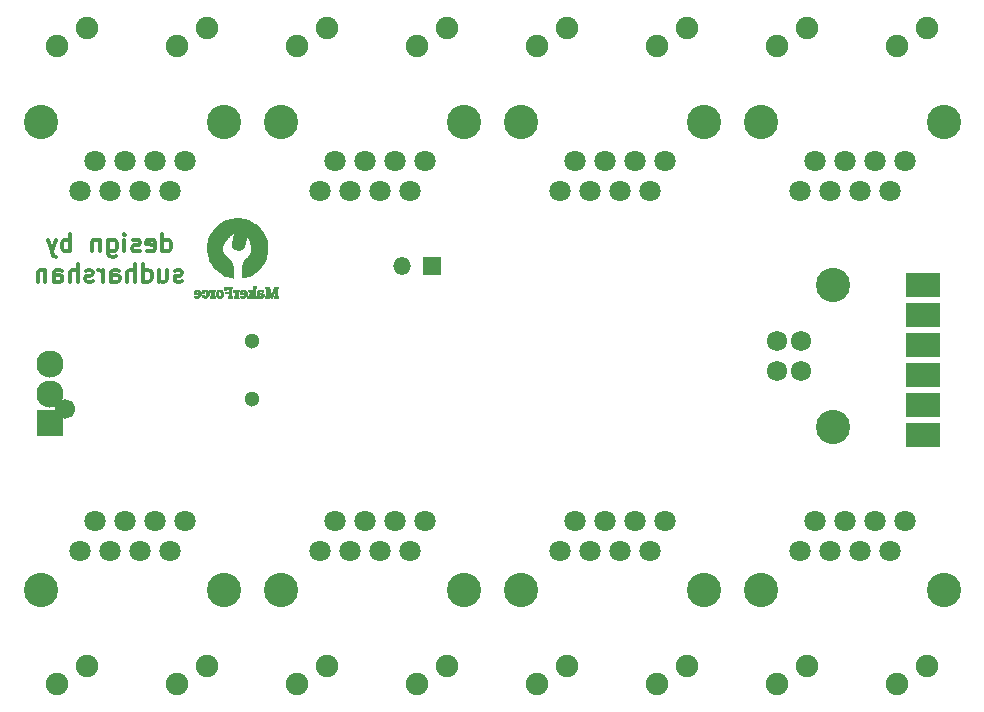
<source format=gbr>
G04 #@! TF.FileFunction,Soldermask,Bot*
%FSLAX46Y46*%
G04 Gerber Fmt 4.6, Leading zero omitted, Abs format (unit mm)*
G04 Created by KiCad (PCBNEW 4.0.5) date 2017 May 23, Tuesday 21:13:21*
%MOMM*%
%LPD*%
G01*
G04 APERTURE LIST*
%ADD10C,0.100000*%
%ADD11C,0.300000*%
%ADD12C,0.010000*%
%ADD13C,1.720000*%
%ADD14C,2.900000*%
%ADD15C,1.300000*%
%ADD16R,1.500000X1.500000*%
%ADD17O,1.500000X1.500000*%
%ADD18R,2.900000X2.100000*%
%ADD19C,1.800000*%
%ADD20C,1.900000*%
%ADD21R,2.300000X2.300000*%
%ADD22C,2.300000*%
%ADD23C,1.700000*%
G04 APERTURE END LIST*
D10*
D11*
X81299286Y-52108571D02*
X81299286Y-50608571D01*
X81299286Y-52037143D02*
X81442143Y-52108571D01*
X81727857Y-52108571D01*
X81870715Y-52037143D01*
X81942143Y-51965714D01*
X82013572Y-51822857D01*
X82013572Y-51394286D01*
X81942143Y-51251429D01*
X81870715Y-51180000D01*
X81727857Y-51108571D01*
X81442143Y-51108571D01*
X81299286Y-51180000D01*
X80013572Y-52037143D02*
X80156429Y-52108571D01*
X80442143Y-52108571D01*
X80585000Y-52037143D01*
X80656429Y-51894286D01*
X80656429Y-51322857D01*
X80585000Y-51180000D01*
X80442143Y-51108571D01*
X80156429Y-51108571D01*
X80013572Y-51180000D01*
X79942143Y-51322857D01*
X79942143Y-51465714D01*
X80656429Y-51608571D01*
X79370715Y-52037143D02*
X79227858Y-52108571D01*
X78942143Y-52108571D01*
X78799286Y-52037143D01*
X78727858Y-51894286D01*
X78727858Y-51822857D01*
X78799286Y-51680000D01*
X78942143Y-51608571D01*
X79156429Y-51608571D01*
X79299286Y-51537143D01*
X79370715Y-51394286D01*
X79370715Y-51322857D01*
X79299286Y-51180000D01*
X79156429Y-51108571D01*
X78942143Y-51108571D01*
X78799286Y-51180000D01*
X78085000Y-52108571D02*
X78085000Y-51108571D01*
X78085000Y-50608571D02*
X78156429Y-50680000D01*
X78085000Y-50751429D01*
X78013572Y-50680000D01*
X78085000Y-50608571D01*
X78085000Y-50751429D01*
X76727857Y-51108571D02*
X76727857Y-52322857D01*
X76799286Y-52465714D01*
X76870714Y-52537143D01*
X77013571Y-52608571D01*
X77227857Y-52608571D01*
X77370714Y-52537143D01*
X76727857Y-52037143D02*
X76870714Y-52108571D01*
X77156428Y-52108571D01*
X77299286Y-52037143D01*
X77370714Y-51965714D01*
X77442143Y-51822857D01*
X77442143Y-51394286D01*
X77370714Y-51251429D01*
X77299286Y-51180000D01*
X77156428Y-51108571D01*
X76870714Y-51108571D01*
X76727857Y-51180000D01*
X76013571Y-51108571D02*
X76013571Y-52108571D01*
X76013571Y-51251429D02*
X75942143Y-51180000D01*
X75799285Y-51108571D01*
X75585000Y-51108571D01*
X75442143Y-51180000D01*
X75370714Y-51322857D01*
X75370714Y-52108571D01*
X73513571Y-52108571D02*
X73513571Y-50608571D01*
X73513571Y-51180000D02*
X73370714Y-51108571D01*
X73085000Y-51108571D01*
X72942143Y-51180000D01*
X72870714Y-51251429D01*
X72799285Y-51394286D01*
X72799285Y-51822857D01*
X72870714Y-51965714D01*
X72942143Y-52037143D01*
X73085000Y-52108571D01*
X73370714Y-52108571D01*
X73513571Y-52037143D01*
X72299285Y-51108571D02*
X71942142Y-52108571D01*
X71585000Y-51108571D02*
X71942142Y-52108571D01*
X72085000Y-52465714D01*
X72156428Y-52537143D01*
X72299285Y-52608571D01*
X82977858Y-54587143D02*
X82835001Y-54658571D01*
X82549286Y-54658571D01*
X82406429Y-54587143D01*
X82335001Y-54444286D01*
X82335001Y-54372857D01*
X82406429Y-54230000D01*
X82549286Y-54158571D01*
X82763572Y-54158571D01*
X82906429Y-54087143D01*
X82977858Y-53944286D01*
X82977858Y-53872857D01*
X82906429Y-53730000D01*
X82763572Y-53658571D01*
X82549286Y-53658571D01*
X82406429Y-53730000D01*
X81049286Y-53658571D02*
X81049286Y-54658571D01*
X81692143Y-53658571D02*
X81692143Y-54444286D01*
X81620715Y-54587143D01*
X81477857Y-54658571D01*
X81263572Y-54658571D01*
X81120715Y-54587143D01*
X81049286Y-54515714D01*
X79692143Y-54658571D02*
X79692143Y-53158571D01*
X79692143Y-54587143D02*
X79835000Y-54658571D01*
X80120714Y-54658571D01*
X80263572Y-54587143D01*
X80335000Y-54515714D01*
X80406429Y-54372857D01*
X80406429Y-53944286D01*
X80335000Y-53801429D01*
X80263572Y-53730000D01*
X80120714Y-53658571D01*
X79835000Y-53658571D01*
X79692143Y-53730000D01*
X78977857Y-54658571D02*
X78977857Y-53158571D01*
X78335000Y-54658571D02*
X78335000Y-53872857D01*
X78406429Y-53730000D01*
X78549286Y-53658571D01*
X78763571Y-53658571D01*
X78906429Y-53730000D01*
X78977857Y-53801429D01*
X76977857Y-54658571D02*
X76977857Y-53872857D01*
X77049286Y-53730000D01*
X77192143Y-53658571D01*
X77477857Y-53658571D01*
X77620714Y-53730000D01*
X76977857Y-54587143D02*
X77120714Y-54658571D01*
X77477857Y-54658571D01*
X77620714Y-54587143D01*
X77692143Y-54444286D01*
X77692143Y-54301429D01*
X77620714Y-54158571D01*
X77477857Y-54087143D01*
X77120714Y-54087143D01*
X76977857Y-54015714D01*
X76263571Y-54658571D02*
X76263571Y-53658571D01*
X76263571Y-53944286D02*
X76192143Y-53801429D01*
X76120714Y-53730000D01*
X75977857Y-53658571D01*
X75835000Y-53658571D01*
X75406429Y-54587143D02*
X75263572Y-54658571D01*
X74977857Y-54658571D01*
X74835000Y-54587143D01*
X74763572Y-54444286D01*
X74763572Y-54372857D01*
X74835000Y-54230000D01*
X74977857Y-54158571D01*
X75192143Y-54158571D01*
X75335000Y-54087143D01*
X75406429Y-53944286D01*
X75406429Y-53872857D01*
X75335000Y-53730000D01*
X75192143Y-53658571D01*
X74977857Y-53658571D01*
X74835000Y-53730000D01*
X74120714Y-54658571D02*
X74120714Y-53158571D01*
X73477857Y-54658571D02*
X73477857Y-53872857D01*
X73549286Y-53730000D01*
X73692143Y-53658571D01*
X73906428Y-53658571D01*
X74049286Y-53730000D01*
X74120714Y-53801429D01*
X72120714Y-54658571D02*
X72120714Y-53872857D01*
X72192143Y-53730000D01*
X72335000Y-53658571D01*
X72620714Y-53658571D01*
X72763571Y-53730000D01*
X72120714Y-54587143D02*
X72263571Y-54658571D01*
X72620714Y-54658571D01*
X72763571Y-54587143D01*
X72835000Y-54444286D01*
X72835000Y-54301429D01*
X72763571Y-54158571D01*
X72620714Y-54087143D01*
X72263571Y-54087143D01*
X72120714Y-54015714D01*
X71406428Y-53658571D02*
X71406428Y-54658571D01*
X71406428Y-53801429D02*
X71335000Y-53730000D01*
X71192142Y-53658571D01*
X70977857Y-53658571D01*
X70835000Y-53730000D01*
X70763571Y-53872857D01*
X70763571Y-54658571D01*
D12*
G36*
X89573100Y-55340227D02*
X89507339Y-55347651D01*
X89453604Y-55363306D01*
X89408455Y-55388528D01*
X89375764Y-55416942D01*
X89357631Y-55436621D01*
X89343478Y-55455868D01*
X89332820Y-55477077D01*
X89325168Y-55502640D01*
X89320035Y-55534947D01*
X89316935Y-55576392D01*
X89315380Y-55629367D01*
X89314883Y-55696263D01*
X89314867Y-55715964D01*
X89314802Y-55777280D01*
X89314491Y-55823723D01*
X89313757Y-55857353D01*
X89312423Y-55880228D01*
X89310312Y-55894410D01*
X89307248Y-55901957D01*
X89303055Y-55904930D01*
X89298626Y-55905400D01*
X89276658Y-55907355D01*
X89263674Y-55915476D01*
X89257416Y-55933145D01*
X89255623Y-55963743D01*
X89255600Y-55969806D01*
X89255600Y-56023933D01*
X89474420Y-56023933D01*
X89484167Y-55994402D01*
X89493913Y-55964870D01*
X89525986Y-55990645D01*
X89574078Y-56019096D01*
X89630367Y-56035733D01*
X89690304Y-56039893D01*
X89749338Y-56030909D01*
X89765786Y-56025698D01*
X89815921Y-55999548D01*
X89853824Y-55962089D01*
X89878692Y-55914505D01*
X89889725Y-55857980D01*
X89890228Y-55841900D01*
X89888442Y-55826369D01*
X89702776Y-55826369D01*
X89700148Y-55852667D01*
X89683552Y-55876151D01*
X89656391Y-55892160D01*
X89620639Y-55897339D01*
X89581126Y-55891181D01*
X89571535Y-55887928D01*
X89548812Y-55875669D01*
X89525875Y-55858076D01*
X89524417Y-55856710D01*
X89510113Y-55840183D01*
X89503164Y-55821798D01*
X89501158Y-55794593D01*
X89501133Y-55789516D01*
X89501133Y-55744533D01*
X89560672Y-55744533D01*
X89614556Y-55748325D01*
X89654426Y-55760006D01*
X89681485Y-55780035D01*
X89691071Y-55794246D01*
X89702776Y-55826369D01*
X89888442Y-55826369D01*
X89883958Y-55787380D01*
X89866032Y-55740200D01*
X89838695Y-55704730D01*
X89798750Y-55677883D01*
X89744818Y-55657027D01*
X89678938Y-55642685D01*
X89603149Y-55635382D01*
X89565574Y-55634530D01*
X89498782Y-55634466D01*
X89503264Y-55585036D01*
X89509890Y-55543232D01*
X89521938Y-55514704D01*
X89541134Y-55496203D01*
X89553923Y-55489709D01*
X89585611Y-55481611D01*
X89620252Y-55480560D01*
X89653522Y-55485667D01*
X89681098Y-55496045D01*
X89698656Y-55510804D01*
X89702443Y-55520231D01*
X89706566Y-55546508D01*
X89711646Y-55562727D01*
X89721312Y-55571306D01*
X89739192Y-55574665D01*
X89768916Y-55575221D01*
X89784928Y-55575200D01*
X89856733Y-55575200D01*
X89856733Y-55414577D01*
X89807373Y-55389660D01*
X89734097Y-55359125D01*
X89661308Y-55342928D01*
X89582969Y-55339795D01*
X89573100Y-55340227D01*
X89573100Y-55340227D01*
G37*
X89573100Y-55340227D02*
X89507339Y-55347651D01*
X89453604Y-55363306D01*
X89408455Y-55388528D01*
X89375764Y-55416942D01*
X89357631Y-55436621D01*
X89343478Y-55455868D01*
X89332820Y-55477077D01*
X89325168Y-55502640D01*
X89320035Y-55534947D01*
X89316935Y-55576392D01*
X89315380Y-55629367D01*
X89314883Y-55696263D01*
X89314867Y-55715964D01*
X89314802Y-55777280D01*
X89314491Y-55823723D01*
X89313757Y-55857353D01*
X89312423Y-55880228D01*
X89310312Y-55894410D01*
X89307248Y-55901957D01*
X89303055Y-55904930D01*
X89298626Y-55905400D01*
X89276658Y-55907355D01*
X89263674Y-55915476D01*
X89257416Y-55933145D01*
X89255623Y-55963743D01*
X89255600Y-55969806D01*
X89255600Y-56023933D01*
X89474420Y-56023933D01*
X89484167Y-55994402D01*
X89493913Y-55964870D01*
X89525986Y-55990645D01*
X89574078Y-56019096D01*
X89630367Y-56035733D01*
X89690304Y-56039893D01*
X89749338Y-56030909D01*
X89765786Y-56025698D01*
X89815921Y-55999548D01*
X89853824Y-55962089D01*
X89878692Y-55914505D01*
X89889725Y-55857980D01*
X89890228Y-55841900D01*
X89888442Y-55826369D01*
X89702776Y-55826369D01*
X89700148Y-55852667D01*
X89683552Y-55876151D01*
X89656391Y-55892160D01*
X89620639Y-55897339D01*
X89581126Y-55891181D01*
X89571535Y-55887928D01*
X89548812Y-55875669D01*
X89525875Y-55858076D01*
X89524417Y-55856710D01*
X89510113Y-55840183D01*
X89503164Y-55821798D01*
X89501158Y-55794593D01*
X89501133Y-55789516D01*
X89501133Y-55744533D01*
X89560672Y-55744533D01*
X89614556Y-55748325D01*
X89654426Y-55760006D01*
X89681485Y-55780035D01*
X89691071Y-55794246D01*
X89702776Y-55826369D01*
X89888442Y-55826369D01*
X89883958Y-55787380D01*
X89866032Y-55740200D01*
X89838695Y-55704730D01*
X89798750Y-55677883D01*
X89744818Y-55657027D01*
X89678938Y-55642685D01*
X89603149Y-55635382D01*
X89565574Y-55634530D01*
X89498782Y-55634466D01*
X89503264Y-55585036D01*
X89509890Y-55543232D01*
X89521938Y-55514704D01*
X89541134Y-55496203D01*
X89553923Y-55489709D01*
X89585611Y-55481611D01*
X89620252Y-55480560D01*
X89653522Y-55485667D01*
X89681098Y-55496045D01*
X89698656Y-55510804D01*
X89702443Y-55520231D01*
X89706566Y-55546508D01*
X89711646Y-55562727D01*
X89721312Y-55571306D01*
X89739192Y-55574665D01*
X89768916Y-55575221D01*
X89784928Y-55575200D01*
X89856733Y-55575200D01*
X89856733Y-55414577D01*
X89807373Y-55389660D01*
X89734097Y-55359125D01*
X89661308Y-55342928D01*
X89582969Y-55339795D01*
X89573100Y-55340227D01*
G36*
X88056867Y-55345053D02*
X87993729Y-55365681D01*
X87940495Y-55399826D01*
X87897542Y-55447292D01*
X87887350Y-55463041D01*
X87863954Y-55512777D01*
X87849148Y-55570952D01*
X87842311Y-55640430D01*
X87841667Y-55673979D01*
X87841667Y-55744533D01*
X88040634Y-55744533D01*
X88103612Y-55744580D01*
X88151673Y-55744836D01*
X88186830Y-55745477D01*
X88211098Y-55746675D01*
X88226494Y-55748606D01*
X88235031Y-55751444D01*
X88238724Y-55755363D01*
X88239589Y-55760537D01*
X88239600Y-55761738D01*
X88233228Y-55792625D01*
X88216460Y-55826178D01*
X88192814Y-55855416D01*
X88191960Y-55856225D01*
X88157428Y-55877704D01*
X88112649Y-55889119D01*
X88061076Y-55890357D01*
X88006161Y-55881307D01*
X87955711Y-55863825D01*
X87931966Y-55853758D01*
X87914958Y-55847349D01*
X87910208Y-55846133D01*
X87903465Y-55853402D01*
X87893611Y-55871966D01*
X87882599Y-55896963D01*
X87872384Y-55923530D01*
X87864918Y-55946804D01*
X87862156Y-55961923D01*
X87862684Y-55964424D01*
X87876447Y-55976400D01*
X87902226Y-55990681D01*
X87935635Y-56005354D01*
X87972289Y-56018506D01*
X88007806Y-56028222D01*
X88009890Y-56028672D01*
X88088606Y-56038987D01*
X88164520Y-56036696D01*
X88214200Y-56027374D01*
X88277865Y-56002012D01*
X88332761Y-55962532D01*
X88377954Y-55909827D01*
X88412510Y-55844790D01*
X88416940Y-55833433D01*
X88430819Y-55779267D01*
X88437007Y-55715922D01*
X88435543Y-55649282D01*
X88427792Y-55594575D01*
X88239791Y-55594575D01*
X88237605Y-55606565D01*
X88225082Y-55613426D01*
X88200373Y-55616589D01*
X88161630Y-55617486D01*
X88132685Y-55617533D01*
X88025769Y-55617533D01*
X88031320Y-55581550D01*
X88043950Y-55539488D01*
X88067614Y-55509667D01*
X88101375Y-55491280D01*
X88124794Y-55484435D01*
X88142691Y-55485019D01*
X88164433Y-55493622D01*
X88168342Y-55495513D01*
X88199178Y-55517924D01*
X88220550Y-55549477D01*
X88233490Y-55576023D01*
X88239791Y-55594575D01*
X88427792Y-55594575D01*
X88426468Y-55585234D01*
X88414969Y-55543235D01*
X88383746Y-55475035D01*
X88342356Y-55420322D01*
X88291103Y-55379315D01*
X88230292Y-55352234D01*
X88160229Y-55339298D01*
X88129534Y-55338133D01*
X88056867Y-55345053D01*
X88056867Y-55345053D01*
G37*
X88056867Y-55345053D02*
X87993729Y-55365681D01*
X87940495Y-55399826D01*
X87897542Y-55447292D01*
X87887350Y-55463041D01*
X87863954Y-55512777D01*
X87849148Y-55570952D01*
X87842311Y-55640430D01*
X87841667Y-55673979D01*
X87841667Y-55744533D01*
X88040634Y-55744533D01*
X88103612Y-55744580D01*
X88151673Y-55744836D01*
X88186830Y-55745477D01*
X88211098Y-55746675D01*
X88226494Y-55748606D01*
X88235031Y-55751444D01*
X88238724Y-55755363D01*
X88239589Y-55760537D01*
X88239600Y-55761738D01*
X88233228Y-55792625D01*
X88216460Y-55826178D01*
X88192814Y-55855416D01*
X88191960Y-55856225D01*
X88157428Y-55877704D01*
X88112649Y-55889119D01*
X88061076Y-55890357D01*
X88006161Y-55881307D01*
X87955711Y-55863825D01*
X87931966Y-55853758D01*
X87914958Y-55847349D01*
X87910208Y-55846133D01*
X87903465Y-55853402D01*
X87893611Y-55871966D01*
X87882599Y-55896963D01*
X87872384Y-55923530D01*
X87864918Y-55946804D01*
X87862156Y-55961923D01*
X87862684Y-55964424D01*
X87876447Y-55976400D01*
X87902226Y-55990681D01*
X87935635Y-56005354D01*
X87972289Y-56018506D01*
X88007806Y-56028222D01*
X88009890Y-56028672D01*
X88088606Y-56038987D01*
X88164520Y-56036696D01*
X88214200Y-56027374D01*
X88277865Y-56002012D01*
X88332761Y-55962532D01*
X88377954Y-55909827D01*
X88412510Y-55844790D01*
X88416940Y-55833433D01*
X88430819Y-55779267D01*
X88437007Y-55715922D01*
X88435543Y-55649282D01*
X88427792Y-55594575D01*
X88239791Y-55594575D01*
X88237605Y-55606565D01*
X88225082Y-55613426D01*
X88200373Y-55616589D01*
X88161630Y-55617486D01*
X88132685Y-55617533D01*
X88025769Y-55617533D01*
X88031320Y-55581550D01*
X88043950Y-55539488D01*
X88067614Y-55509667D01*
X88101375Y-55491280D01*
X88124794Y-55484435D01*
X88142691Y-55485019D01*
X88164433Y-55493622D01*
X88168342Y-55495513D01*
X88199178Y-55517924D01*
X88220550Y-55549477D01*
X88233490Y-55576023D01*
X88239791Y-55594575D01*
X88427792Y-55594575D01*
X88426468Y-55585234D01*
X88414969Y-55543235D01*
X88383746Y-55475035D01*
X88342356Y-55420322D01*
X88291103Y-55379315D01*
X88230292Y-55352234D01*
X88160229Y-55339298D01*
X88129534Y-55338133D01*
X88056867Y-55345053D01*
G36*
X86090942Y-55342929D02*
X86058581Y-55345041D01*
X86033973Y-55349338D01*
X86012540Y-55356455D01*
X86002497Y-55360846D01*
X85941002Y-55398269D01*
X85890539Y-55447992D01*
X85852393Y-55508468D01*
X85830374Y-55568069D01*
X85822938Y-55610162D01*
X85819230Y-55662153D01*
X85819249Y-55717419D01*
X85822996Y-55769339D01*
X85830374Y-55810930D01*
X85854351Y-55872906D01*
X85890433Y-55928803D01*
X85935945Y-55975574D01*
X85988212Y-56010168D01*
X86015174Y-56021644D01*
X86053088Y-56030664D01*
X86100816Y-56036024D01*
X86151586Y-56037475D01*
X86198626Y-56034768D01*
X86228767Y-56029506D01*
X86292928Y-56005542D01*
X86346391Y-55969284D01*
X86390415Y-55919660D01*
X86422220Y-55864347D01*
X86432826Y-55841278D01*
X86440169Y-55821958D01*
X86444848Y-55802457D01*
X86447462Y-55778850D01*
X86448611Y-55747209D01*
X86448894Y-55703607D01*
X86448900Y-55689500D01*
X86262633Y-55689500D01*
X86262126Y-55733489D01*
X86260175Y-55765032D01*
X86256140Y-55788598D01*
X86249381Y-55808656D01*
X86243817Y-55820733D01*
X86217578Y-55857880D01*
X86183663Y-55882123D01*
X86145125Y-55892543D01*
X86105019Y-55888221D01*
X86072133Y-55872378D01*
X86056183Y-55856531D01*
X86038724Y-55831915D01*
X86029800Y-55816060D01*
X86019699Y-55793838D01*
X86013389Y-55772400D01*
X86010022Y-55746673D01*
X86008749Y-55711586D01*
X86008633Y-55689500D01*
X86009191Y-55647991D01*
X86011428Y-55618323D01*
X86016194Y-55595423D01*
X86024336Y-55574218D01*
X86029800Y-55562940D01*
X86054730Y-55523602D01*
X86083128Y-55499421D01*
X86117403Y-55488654D01*
X86133731Y-55487711D01*
X86178109Y-55495153D01*
X86214213Y-55517339D01*
X86241715Y-55554058D01*
X86243763Y-55558082D01*
X86252466Y-55578241D01*
X86258056Y-55599205D01*
X86261175Y-55625452D01*
X86262468Y-55661460D01*
X86262633Y-55689500D01*
X86448900Y-55689500D01*
X86448747Y-55642056D01*
X86447886Y-55607617D01*
X86445720Y-55582257D01*
X86441648Y-55562048D01*
X86435072Y-55543063D01*
X86425392Y-55521374D01*
X86422220Y-55514653D01*
X86383969Y-55451702D01*
X86335172Y-55401477D01*
X86276632Y-55364807D01*
X86276586Y-55364786D01*
X86253101Y-55354616D01*
X86231605Y-55348060D01*
X86207250Y-55344348D01*
X86175192Y-55342708D01*
X86135633Y-55342366D01*
X86090942Y-55342929D01*
X86090942Y-55342929D01*
G37*
X86090942Y-55342929D02*
X86058581Y-55345041D01*
X86033973Y-55349338D01*
X86012540Y-55356455D01*
X86002497Y-55360846D01*
X85941002Y-55398269D01*
X85890539Y-55447992D01*
X85852393Y-55508468D01*
X85830374Y-55568069D01*
X85822938Y-55610162D01*
X85819230Y-55662153D01*
X85819249Y-55717419D01*
X85822996Y-55769339D01*
X85830374Y-55810930D01*
X85854351Y-55872906D01*
X85890433Y-55928803D01*
X85935945Y-55975574D01*
X85988212Y-56010168D01*
X86015174Y-56021644D01*
X86053088Y-56030664D01*
X86100816Y-56036024D01*
X86151586Y-56037475D01*
X86198626Y-56034768D01*
X86228767Y-56029506D01*
X86292928Y-56005542D01*
X86346391Y-55969284D01*
X86390415Y-55919660D01*
X86422220Y-55864347D01*
X86432826Y-55841278D01*
X86440169Y-55821958D01*
X86444848Y-55802457D01*
X86447462Y-55778850D01*
X86448611Y-55747209D01*
X86448894Y-55703607D01*
X86448900Y-55689500D01*
X86262633Y-55689500D01*
X86262126Y-55733489D01*
X86260175Y-55765032D01*
X86256140Y-55788598D01*
X86249381Y-55808656D01*
X86243817Y-55820733D01*
X86217578Y-55857880D01*
X86183663Y-55882123D01*
X86145125Y-55892543D01*
X86105019Y-55888221D01*
X86072133Y-55872378D01*
X86056183Y-55856531D01*
X86038724Y-55831915D01*
X86029800Y-55816060D01*
X86019699Y-55793838D01*
X86013389Y-55772400D01*
X86010022Y-55746673D01*
X86008749Y-55711586D01*
X86008633Y-55689500D01*
X86009191Y-55647991D01*
X86011428Y-55618323D01*
X86016194Y-55595423D01*
X86024336Y-55574218D01*
X86029800Y-55562940D01*
X86054730Y-55523602D01*
X86083128Y-55499421D01*
X86117403Y-55488654D01*
X86133731Y-55487711D01*
X86178109Y-55495153D01*
X86214213Y-55517339D01*
X86241715Y-55554058D01*
X86243763Y-55558082D01*
X86252466Y-55578241D01*
X86258056Y-55599205D01*
X86261175Y-55625452D01*
X86262468Y-55661460D01*
X86262633Y-55689500D01*
X86448900Y-55689500D01*
X86448747Y-55642056D01*
X86447886Y-55607617D01*
X86445720Y-55582257D01*
X86441648Y-55562048D01*
X86435072Y-55543063D01*
X86425392Y-55521374D01*
X86422220Y-55514653D01*
X86383969Y-55451702D01*
X86335172Y-55401477D01*
X86276632Y-55364807D01*
X86276586Y-55364786D01*
X86253101Y-55354616D01*
X86231605Y-55348060D01*
X86207250Y-55344348D01*
X86175192Y-55342708D01*
X86135633Y-55342366D01*
X86090942Y-55342929D01*
G36*
X84815476Y-55346197D02*
X84754537Y-55361025D01*
X84701263Y-55382678D01*
X84666949Y-55404664D01*
X84637034Y-55428853D01*
X84632246Y-55617533D01*
X84712956Y-55617533D01*
X84755671Y-55616575D01*
X84782690Y-55613742D01*
X84793481Y-55609095D01*
X84793667Y-55608253D01*
X84795895Y-55595421D01*
X84801624Y-55572347D01*
X84806738Y-55554008D01*
X84816655Y-55525720D01*
X84828396Y-55508492D01*
X84846108Y-55496612D01*
X84849611Y-55494902D01*
X84888405Y-55485307D01*
X84929080Y-55490217D01*
X84966253Y-55508841D01*
X84971152Y-55512734D01*
X84996615Y-55542274D01*
X85013830Y-55582014D01*
X85023345Y-55633782D01*
X85025754Y-55695274D01*
X85021434Y-55762561D01*
X85009624Y-55815073D01*
X84989997Y-55853380D01*
X84962230Y-55878048D01*
X84925997Y-55889648D01*
X84914090Y-55890639D01*
X84872427Y-55886035D01*
X84838106Y-55870112D01*
X84813909Y-55845016D01*
X84802615Y-55812893D01*
X84802134Y-55804220D01*
X84801116Y-55796518D01*
X84796073Y-55791509D01*
X84784021Y-55788617D01*
X84761976Y-55787266D01*
X84726953Y-55786880D01*
X84712272Y-55786866D01*
X84622411Y-55786866D01*
X84628185Y-55827083D01*
X84644622Y-55886596D01*
X84674547Y-55937850D01*
X84716147Y-55979841D01*
X84767608Y-56011565D01*
X84827118Y-56032018D01*
X84892863Y-56040196D01*
X84963031Y-56035094D01*
X84992634Y-56028937D01*
X85058991Y-56004804D01*
X85113948Y-55968246D01*
X85157350Y-55919496D01*
X85189041Y-55858790D01*
X85208867Y-55786362D01*
X85216674Y-55702446D01*
X85216799Y-55689500D01*
X85210581Y-55604187D01*
X85192027Y-55530065D01*
X85161285Y-55467364D01*
X85118504Y-55416315D01*
X85063832Y-55377148D01*
X84998013Y-55350266D01*
X84941840Y-55340057D01*
X84879452Y-55338954D01*
X84815476Y-55346197D01*
X84815476Y-55346197D01*
G37*
X84815476Y-55346197D02*
X84754537Y-55361025D01*
X84701263Y-55382678D01*
X84666949Y-55404664D01*
X84637034Y-55428853D01*
X84632246Y-55617533D01*
X84712956Y-55617533D01*
X84755671Y-55616575D01*
X84782690Y-55613742D01*
X84793481Y-55609095D01*
X84793667Y-55608253D01*
X84795895Y-55595421D01*
X84801624Y-55572347D01*
X84806738Y-55554008D01*
X84816655Y-55525720D01*
X84828396Y-55508492D01*
X84846108Y-55496612D01*
X84849611Y-55494902D01*
X84888405Y-55485307D01*
X84929080Y-55490217D01*
X84966253Y-55508841D01*
X84971152Y-55512734D01*
X84996615Y-55542274D01*
X85013830Y-55582014D01*
X85023345Y-55633782D01*
X85025754Y-55695274D01*
X85021434Y-55762561D01*
X85009624Y-55815073D01*
X84989997Y-55853380D01*
X84962230Y-55878048D01*
X84925997Y-55889648D01*
X84914090Y-55890639D01*
X84872427Y-55886035D01*
X84838106Y-55870112D01*
X84813909Y-55845016D01*
X84802615Y-55812893D01*
X84802134Y-55804220D01*
X84801116Y-55796518D01*
X84796073Y-55791509D01*
X84784021Y-55788617D01*
X84761976Y-55787266D01*
X84726953Y-55786880D01*
X84712272Y-55786866D01*
X84622411Y-55786866D01*
X84628185Y-55827083D01*
X84644622Y-55886596D01*
X84674547Y-55937850D01*
X84716147Y-55979841D01*
X84767608Y-56011565D01*
X84827118Y-56032018D01*
X84892863Y-56040196D01*
X84963031Y-56035094D01*
X84992634Y-56028937D01*
X85058991Y-56004804D01*
X85113948Y-55968246D01*
X85157350Y-55919496D01*
X85189041Y-55858790D01*
X85208867Y-55786362D01*
X85216674Y-55702446D01*
X85216799Y-55689500D01*
X85210581Y-55604187D01*
X85192027Y-55530065D01*
X85161285Y-55467364D01*
X85118504Y-55416315D01*
X85063832Y-55377148D01*
X84998013Y-55350266D01*
X84941840Y-55340057D01*
X84879452Y-55338954D01*
X84815476Y-55346197D01*
G36*
X84165750Y-55346684D02*
X84114393Y-55361319D01*
X84109734Y-55363275D01*
X84055625Y-55395552D01*
X84013158Y-55440120D01*
X83982331Y-55496982D01*
X83963144Y-55566139D01*
X83955595Y-55647596D01*
X83955467Y-55660758D01*
X83955467Y-55744533D01*
X84154434Y-55744533D01*
X84220399Y-55744513D01*
X84271076Y-55744862D01*
X84308106Y-55746199D01*
X84333133Y-55749139D01*
X84347797Y-55754300D01*
X84353742Y-55762299D01*
X84352611Y-55773751D01*
X84346045Y-55789274D01*
X84335688Y-55809484D01*
X84334350Y-55812094D01*
X84307882Y-55850925D01*
X84274088Y-55876471D01*
X84231321Y-55889420D01*
X84177938Y-55890459D01*
X84153371Y-55887712D01*
X84118062Y-55880673D01*
X84083899Y-55870568D01*
X84064528Y-55862553D01*
X84042134Y-55852616D01*
X84025553Y-55847905D01*
X84021796Y-55848012D01*
X84014426Y-55856720D01*
X84003173Y-55876910D01*
X83990396Y-55904321D01*
X83989645Y-55906071D01*
X83966102Y-55961260D01*
X83994124Y-55979629D01*
X84042798Y-56004133D01*
X84102256Y-56022687D01*
X84167141Y-56034460D01*
X84232095Y-56038621D01*
X84291761Y-56034337D01*
X84315300Y-56029475D01*
X84381020Y-56004492D01*
X84438618Y-55966810D01*
X84485422Y-55918489D01*
X84510634Y-55878851D01*
X84530367Y-55827237D01*
X84543048Y-55765229D01*
X84548265Y-55698013D01*
X84545605Y-55630773D01*
X84543306Y-55617533D01*
X84353723Y-55617533D01*
X84139531Y-55617533D01*
X84143898Y-55578790D01*
X84155467Y-55538644D01*
X84178226Y-55508481D01*
X84209315Y-55490102D01*
X84245873Y-55485305D01*
X84279566Y-55493441D01*
X84308344Y-55514139D01*
X84331822Y-55548645D01*
X84348110Y-55594179D01*
X84348127Y-55594250D01*
X84353723Y-55617533D01*
X84543306Y-55617533D01*
X84535160Y-55570629D01*
X84510794Y-55504874D01*
X84474546Y-55447124D01*
X84428477Y-55399670D01*
X84374650Y-55364801D01*
X84336467Y-55349966D01*
X84283891Y-55340591D01*
X84224617Y-55339636D01*
X84165750Y-55346684D01*
X84165750Y-55346684D01*
G37*
X84165750Y-55346684D02*
X84114393Y-55361319D01*
X84109734Y-55363275D01*
X84055625Y-55395552D01*
X84013158Y-55440120D01*
X83982331Y-55496982D01*
X83963144Y-55566139D01*
X83955595Y-55647596D01*
X83955467Y-55660758D01*
X83955467Y-55744533D01*
X84154434Y-55744533D01*
X84220399Y-55744513D01*
X84271076Y-55744862D01*
X84308106Y-55746199D01*
X84333133Y-55749139D01*
X84347797Y-55754300D01*
X84353742Y-55762299D01*
X84352611Y-55773751D01*
X84346045Y-55789274D01*
X84335688Y-55809484D01*
X84334350Y-55812094D01*
X84307882Y-55850925D01*
X84274088Y-55876471D01*
X84231321Y-55889420D01*
X84177938Y-55890459D01*
X84153371Y-55887712D01*
X84118062Y-55880673D01*
X84083899Y-55870568D01*
X84064528Y-55862553D01*
X84042134Y-55852616D01*
X84025553Y-55847905D01*
X84021796Y-55848012D01*
X84014426Y-55856720D01*
X84003173Y-55876910D01*
X83990396Y-55904321D01*
X83989645Y-55906071D01*
X83966102Y-55961260D01*
X83994124Y-55979629D01*
X84042798Y-56004133D01*
X84102256Y-56022687D01*
X84167141Y-56034460D01*
X84232095Y-56038621D01*
X84291761Y-56034337D01*
X84315300Y-56029475D01*
X84381020Y-56004492D01*
X84438618Y-55966810D01*
X84485422Y-55918489D01*
X84510634Y-55878851D01*
X84530367Y-55827237D01*
X84543048Y-55765229D01*
X84548265Y-55698013D01*
X84545605Y-55630773D01*
X84543306Y-55617533D01*
X84353723Y-55617533D01*
X84139531Y-55617533D01*
X84143898Y-55578790D01*
X84155467Y-55538644D01*
X84178226Y-55508481D01*
X84209315Y-55490102D01*
X84245873Y-55485305D01*
X84279566Y-55493441D01*
X84308344Y-55514139D01*
X84331822Y-55548645D01*
X84348110Y-55594179D01*
X84348127Y-55594250D01*
X84353723Y-55617533D01*
X84543306Y-55617533D01*
X84535160Y-55570629D01*
X84510794Y-55504874D01*
X84474546Y-55447124D01*
X84428477Y-55399670D01*
X84374650Y-55364801D01*
X84336467Y-55349966D01*
X84283891Y-55340591D01*
X84224617Y-55339636D01*
X84165750Y-55346684D01*
G36*
X89958334Y-55176165D02*
X89958333Y-55234330D01*
X90009134Y-55244324D01*
X90059934Y-55254319D01*
X90059934Y-55895011D01*
X90011250Y-55902322D01*
X89962567Y-55909633D01*
X89960063Y-55966783D01*
X89957560Y-56023933D01*
X90340107Y-56023933D01*
X90337604Y-55966783D01*
X90335100Y-55909633D01*
X90291954Y-55902309D01*
X90248807Y-55894986D01*
X90243150Y-55707576D01*
X90241251Y-55647940D01*
X90239208Y-55589458D01*
X90237166Y-55535848D01*
X90235266Y-55490827D01*
X90233653Y-55458112D01*
X90233320Y-55452433D01*
X90231935Y-55422346D01*
X90231888Y-55401315D01*
X90233148Y-55392692D01*
X90233860Y-55393166D01*
X90237710Y-55402768D01*
X90246669Y-55426518D01*
X90260084Y-55462644D01*
X90277301Y-55509371D01*
X90297668Y-55564925D01*
X90320531Y-55627533D01*
X90345237Y-55695420D01*
X90350774Y-55710666D01*
X90462975Y-56019700D01*
X90530271Y-56021999D01*
X90597567Y-56024299D01*
X90711670Y-55707125D01*
X90736666Y-55637894D01*
X90759903Y-55574009D01*
X90780761Y-55517145D01*
X90798619Y-55468973D01*
X90812853Y-55431167D01*
X90822844Y-55405401D01*
X90827969Y-55393347D01*
X90828489Y-55392667D01*
X90828893Y-55401550D01*
X90828451Y-55424776D01*
X90827254Y-55459778D01*
X90825392Y-55503991D01*
X90822955Y-55554849D01*
X90822336Y-55566965D01*
X90819521Y-55625476D01*
X90817074Y-55684070D01*
X90815148Y-55738460D01*
X90813895Y-55784362D01*
X90813467Y-55816550D01*
X90813467Y-55894552D01*
X90769017Y-55902092D01*
X90724567Y-55909633D01*
X90722063Y-55966783D01*
X90719560Y-56023933D01*
X91102107Y-56023933D01*
X91099604Y-55966783D01*
X91097100Y-55909633D01*
X90999734Y-55895011D01*
X90999734Y-55254319D01*
X91050534Y-55244324D01*
X91101334Y-55234330D01*
X91101334Y-55118000D01*
X90929884Y-55118044D01*
X90758433Y-55118087D01*
X90654063Y-55420727D01*
X90630202Y-55489786D01*
X90607724Y-55554595D01*
X90587306Y-55613219D01*
X90569627Y-55663722D01*
X90555363Y-55704170D01*
X90545193Y-55732627D01*
X90539794Y-55747158D01*
X90539590Y-55747656D01*
X90536808Y-55752846D01*
X90533574Y-55754377D01*
X90529350Y-55750928D01*
X90523595Y-55741184D01*
X90515770Y-55723824D01*
X90505336Y-55697532D01*
X90491751Y-55660988D01*
X90474477Y-55612874D01*
X90452974Y-55551872D01*
X90426702Y-55476664D01*
X90415664Y-55444973D01*
X90301840Y-55118000D01*
X89958334Y-55118000D01*
X89958334Y-55176165D01*
X89958334Y-55176165D01*
G37*
X89958334Y-55176165D02*
X89958333Y-55234330D01*
X90009134Y-55244324D01*
X90059934Y-55254319D01*
X90059934Y-55895011D01*
X90011250Y-55902322D01*
X89962567Y-55909633D01*
X89960063Y-55966783D01*
X89957560Y-56023933D01*
X90340107Y-56023933D01*
X90337604Y-55966783D01*
X90335100Y-55909633D01*
X90291954Y-55902309D01*
X90248807Y-55894986D01*
X90243150Y-55707576D01*
X90241251Y-55647940D01*
X90239208Y-55589458D01*
X90237166Y-55535848D01*
X90235266Y-55490827D01*
X90233653Y-55458112D01*
X90233320Y-55452433D01*
X90231935Y-55422346D01*
X90231888Y-55401315D01*
X90233148Y-55392692D01*
X90233860Y-55393166D01*
X90237710Y-55402768D01*
X90246669Y-55426518D01*
X90260084Y-55462644D01*
X90277301Y-55509371D01*
X90297668Y-55564925D01*
X90320531Y-55627533D01*
X90345237Y-55695420D01*
X90350774Y-55710666D01*
X90462975Y-56019700D01*
X90530271Y-56021999D01*
X90597567Y-56024299D01*
X90711670Y-55707125D01*
X90736666Y-55637894D01*
X90759903Y-55574009D01*
X90780761Y-55517145D01*
X90798619Y-55468973D01*
X90812853Y-55431167D01*
X90822844Y-55405401D01*
X90827969Y-55393347D01*
X90828489Y-55392667D01*
X90828893Y-55401550D01*
X90828451Y-55424776D01*
X90827254Y-55459778D01*
X90825392Y-55503991D01*
X90822955Y-55554849D01*
X90822336Y-55566965D01*
X90819521Y-55625476D01*
X90817074Y-55684070D01*
X90815148Y-55738460D01*
X90813895Y-55784362D01*
X90813467Y-55816550D01*
X90813467Y-55894552D01*
X90769017Y-55902092D01*
X90724567Y-55909633D01*
X90722063Y-55966783D01*
X90719560Y-56023933D01*
X91102107Y-56023933D01*
X91099604Y-55966783D01*
X91097100Y-55909633D01*
X90999734Y-55895011D01*
X90999734Y-55254319D01*
X91050534Y-55244324D01*
X91101334Y-55234330D01*
X91101334Y-55118000D01*
X90929884Y-55118044D01*
X90758433Y-55118087D01*
X90654063Y-55420727D01*
X90630202Y-55489786D01*
X90607724Y-55554595D01*
X90587306Y-55613219D01*
X90569627Y-55663722D01*
X90555363Y-55704170D01*
X90545193Y-55732627D01*
X90539794Y-55747158D01*
X90539590Y-55747656D01*
X90536808Y-55752846D01*
X90533574Y-55754377D01*
X90529350Y-55750928D01*
X90523595Y-55741184D01*
X90515770Y-55723824D01*
X90505336Y-55697532D01*
X90491751Y-55660988D01*
X90474477Y-55612874D01*
X90452974Y-55551872D01*
X90426702Y-55476664D01*
X90415664Y-55444973D01*
X90301840Y-55118000D01*
X89958334Y-55118000D01*
X89958334Y-55176165D01*
G36*
X88933867Y-55329666D02*
X88933833Y-55405774D01*
X88933665Y-55466648D01*
X88933263Y-55513985D01*
X88932530Y-55549485D01*
X88931365Y-55574848D01*
X88929669Y-55591770D01*
X88927343Y-55601952D01*
X88924289Y-55607091D01*
X88920406Y-55608887D01*
X88917561Y-55609066D01*
X88903197Y-55601532D01*
X88881916Y-55579259D01*
X88854694Y-55543450D01*
X88808132Y-55477833D01*
X88832900Y-55470258D01*
X88845955Y-55465450D01*
X88853362Y-55458238D01*
X88856721Y-55444388D01*
X88857631Y-55419662D01*
X88857667Y-55404642D01*
X88857667Y-55346600D01*
X88519000Y-55346600D01*
X88519000Y-55464480D01*
X88554984Y-55473730D01*
X88578214Y-55479741D01*
X88593953Y-55483889D01*
X88596677Y-55484639D01*
X88603619Y-55491755D01*
X88618242Y-55509872D01*
X88638376Y-55536218D01*
X88660917Y-55566733D01*
X88719447Y-55647166D01*
X88636124Y-55771897D01*
X88604079Y-55819187D01*
X88579385Y-55853841D01*
X88560554Y-55877669D01*
X88546100Y-55892483D01*
X88534539Y-55900090D01*
X88529550Y-55901721D01*
X88508495Y-55906654D01*
X88495717Y-55910075D01*
X88488955Y-55920972D01*
X88485564Y-55948452D01*
X88485134Y-55968634D01*
X88485134Y-56023933D01*
X88798400Y-56023933D01*
X88798400Y-55969321D01*
X88797128Y-55936130D01*
X88792856Y-55916486D01*
X88785282Y-55907367D01*
X88780670Y-55901988D01*
X88781612Y-55892020D01*
X88789155Y-55874898D01*
X88804345Y-55848056D01*
X88819983Y-55822279D01*
X88841290Y-55788009D01*
X88856444Y-55765659D01*
X88868094Y-55752682D01*
X88878887Y-55746531D01*
X88891473Y-55744661D01*
X88900834Y-55744533D01*
X88933867Y-55744533D01*
X88933867Y-55894527D01*
X88897883Y-55902090D01*
X88861900Y-55909652D01*
X88859397Y-55966792D01*
X88856893Y-56023933D01*
X89214041Y-56023933D01*
X89209033Y-55909739D01*
X89168817Y-55902420D01*
X89128600Y-55895101D01*
X89128600Y-55187618D01*
X89160350Y-55181991D01*
X89191736Y-55176084D01*
X89210055Y-55169435D01*
X89218820Y-55157863D01*
X89221544Y-55137189D01*
X89221733Y-55108963D01*
X89221733Y-55050266D01*
X88933867Y-55050266D01*
X88933867Y-55329666D01*
X88933867Y-55329666D01*
G37*
X88933867Y-55329666D02*
X88933833Y-55405774D01*
X88933665Y-55466648D01*
X88933263Y-55513985D01*
X88932530Y-55549485D01*
X88931365Y-55574848D01*
X88929669Y-55591770D01*
X88927343Y-55601952D01*
X88924289Y-55607091D01*
X88920406Y-55608887D01*
X88917561Y-55609066D01*
X88903197Y-55601532D01*
X88881916Y-55579259D01*
X88854694Y-55543450D01*
X88808132Y-55477833D01*
X88832900Y-55470258D01*
X88845955Y-55465450D01*
X88853362Y-55458238D01*
X88856721Y-55444388D01*
X88857631Y-55419662D01*
X88857667Y-55404642D01*
X88857667Y-55346600D01*
X88519000Y-55346600D01*
X88519000Y-55464480D01*
X88554984Y-55473730D01*
X88578214Y-55479741D01*
X88593953Y-55483889D01*
X88596677Y-55484639D01*
X88603619Y-55491755D01*
X88618242Y-55509872D01*
X88638376Y-55536218D01*
X88660917Y-55566733D01*
X88719447Y-55647166D01*
X88636124Y-55771897D01*
X88604079Y-55819187D01*
X88579385Y-55853841D01*
X88560554Y-55877669D01*
X88546100Y-55892483D01*
X88534539Y-55900090D01*
X88529550Y-55901721D01*
X88508495Y-55906654D01*
X88495717Y-55910075D01*
X88488955Y-55920972D01*
X88485564Y-55948452D01*
X88485134Y-55968634D01*
X88485134Y-56023933D01*
X88798400Y-56023933D01*
X88798400Y-55969321D01*
X88797128Y-55936130D01*
X88792856Y-55916486D01*
X88785282Y-55907367D01*
X88780670Y-55901988D01*
X88781612Y-55892020D01*
X88789155Y-55874898D01*
X88804345Y-55848056D01*
X88819983Y-55822279D01*
X88841290Y-55788009D01*
X88856444Y-55765659D01*
X88868094Y-55752682D01*
X88878887Y-55746531D01*
X88891473Y-55744661D01*
X88900834Y-55744533D01*
X88933867Y-55744533D01*
X88933867Y-55894527D01*
X88897883Y-55902090D01*
X88861900Y-55909652D01*
X88859397Y-55966792D01*
X88856893Y-56023933D01*
X89214041Y-56023933D01*
X89209033Y-55909739D01*
X89168817Y-55902420D01*
X89128600Y-55895101D01*
X89128600Y-55187618D01*
X89160350Y-55181991D01*
X89191736Y-55176084D01*
X89210055Y-55169435D01*
X89218820Y-55157863D01*
X89221544Y-55137189D01*
X89221733Y-55108963D01*
X89221733Y-55050266D01*
X88933867Y-55050266D01*
X88933867Y-55329666D01*
G36*
X87294303Y-55339430D02*
X87280414Y-55344109D01*
X87279497Y-55345203D01*
X87278526Y-55356178D01*
X87279482Y-55379920D01*
X87282139Y-55412402D01*
X87284422Y-55434103D01*
X87293718Y-55515933D01*
X87347979Y-55515933D01*
X87384137Y-55518130D01*
X87414504Y-55523971D01*
X87426707Y-55528585D01*
X87443543Y-55538133D01*
X87456196Y-55548620D01*
X87465262Y-55562479D01*
X87471333Y-55582141D01*
X87475007Y-55610041D01*
X87476876Y-55648611D01*
X87477537Y-55700284D01*
X87477600Y-55736760D01*
X87477600Y-55894552D01*
X87433150Y-55902092D01*
X87388700Y-55909633D01*
X87386197Y-55966783D01*
X87383693Y-56023933D01*
X87749307Y-56023933D01*
X87746804Y-55966836D01*
X87744300Y-55909739D01*
X87704083Y-55902420D01*
X87663867Y-55895101D01*
X87663867Y-55483951D01*
X87695617Y-55478324D01*
X87727003Y-55472418D01*
X87745322Y-55465769D01*
X87754086Y-55454197D01*
X87756810Y-55433522D01*
X87757000Y-55405296D01*
X87757000Y-55346600D01*
X87486067Y-55346600D01*
X87486067Y-55371307D01*
X87484381Y-55399667D01*
X87478570Y-55412087D01*
X87467507Y-55409293D01*
X87451440Y-55393594D01*
X87428488Y-55372042D01*
X87403047Y-55354418D01*
X87397952Y-55351773D01*
X87375654Y-55344629D01*
X87347337Y-55339990D01*
X87318415Y-55338157D01*
X87294303Y-55339430D01*
X87294303Y-55339430D01*
G37*
X87294303Y-55339430D02*
X87280414Y-55344109D01*
X87279497Y-55345203D01*
X87278526Y-55356178D01*
X87279482Y-55379920D01*
X87282139Y-55412402D01*
X87284422Y-55434103D01*
X87293718Y-55515933D01*
X87347979Y-55515933D01*
X87384137Y-55518130D01*
X87414504Y-55523971D01*
X87426707Y-55528585D01*
X87443543Y-55538133D01*
X87456196Y-55548620D01*
X87465262Y-55562479D01*
X87471333Y-55582141D01*
X87475007Y-55610041D01*
X87476876Y-55648611D01*
X87477537Y-55700284D01*
X87477600Y-55736760D01*
X87477600Y-55894552D01*
X87433150Y-55902092D01*
X87388700Y-55909633D01*
X87386197Y-55966783D01*
X87383693Y-56023933D01*
X87749307Y-56023933D01*
X87746804Y-55966836D01*
X87744300Y-55909739D01*
X87704083Y-55902420D01*
X87663867Y-55895101D01*
X87663867Y-55483951D01*
X87695617Y-55478324D01*
X87727003Y-55472418D01*
X87745322Y-55465769D01*
X87754086Y-55454197D01*
X87756810Y-55433522D01*
X87757000Y-55405296D01*
X87757000Y-55346600D01*
X87486067Y-55346600D01*
X87486067Y-55371307D01*
X87484381Y-55399667D01*
X87478570Y-55412087D01*
X87467507Y-55409293D01*
X87451440Y-55393594D01*
X87428488Y-55372042D01*
X87403047Y-55354418D01*
X87397952Y-55351773D01*
X87375654Y-55344629D01*
X87347337Y-55339990D01*
X87318415Y-55338157D01*
X87294303Y-55339430D01*
G36*
X86503933Y-55372000D02*
X86655525Y-55372000D01*
X86660567Y-55266166D01*
X86802383Y-55263845D01*
X86944200Y-55261524D01*
X86944200Y-55507466D01*
X86630933Y-55507466D01*
X86630933Y-55651400D01*
X86944200Y-55651400D01*
X86944200Y-55894552D01*
X86899750Y-55902092D01*
X86855300Y-55909633D01*
X86852797Y-55966783D01*
X86850293Y-56023933D01*
X87232841Y-56023933D01*
X87227833Y-55909633D01*
X87183383Y-55902092D01*
X87138933Y-55894552D01*
X87138933Y-55574580D01*
X87138844Y-55491871D01*
X87138774Y-55424486D01*
X87139018Y-55370815D01*
X87139871Y-55329250D01*
X87141629Y-55298184D01*
X87144586Y-55276008D01*
X87149039Y-55261113D01*
X87155282Y-55251891D01*
X87163612Y-55246735D01*
X87174322Y-55244036D01*
X87187709Y-55242185D01*
X87200317Y-55240276D01*
X87232067Y-55234649D01*
X87232067Y-55118000D01*
X86503933Y-55118000D01*
X86503933Y-55372000D01*
X86503933Y-55372000D01*
G37*
X86503933Y-55372000D02*
X86655525Y-55372000D01*
X86660567Y-55266166D01*
X86802383Y-55263845D01*
X86944200Y-55261524D01*
X86944200Y-55507466D01*
X86630933Y-55507466D01*
X86630933Y-55651400D01*
X86944200Y-55651400D01*
X86944200Y-55894552D01*
X86899750Y-55902092D01*
X86855300Y-55909633D01*
X86852797Y-55966783D01*
X86850293Y-56023933D01*
X87232841Y-56023933D01*
X87227833Y-55909633D01*
X87183383Y-55902092D01*
X87138933Y-55894552D01*
X87138933Y-55574580D01*
X87138844Y-55491871D01*
X87138774Y-55424486D01*
X87139018Y-55370815D01*
X87139871Y-55329250D01*
X87141629Y-55298184D01*
X87144586Y-55276008D01*
X87149039Y-55261113D01*
X87155282Y-55251891D01*
X87163612Y-55246735D01*
X87174322Y-55244036D01*
X87187709Y-55242185D01*
X87200317Y-55240276D01*
X87232067Y-55234649D01*
X87232067Y-55118000D01*
X86503933Y-55118000D01*
X86503933Y-55372000D01*
G36*
X85307521Y-55339825D02*
X85263567Y-55342366D01*
X85265361Y-55401633D01*
X85267005Y-55436277D01*
X85269523Y-55468105D01*
X85272094Y-55488416D01*
X85275566Y-55503757D01*
X85281880Y-55511973D01*
X85295469Y-55515289D01*
X85320763Y-55515930D01*
X85326899Y-55515933D01*
X85372042Y-55518636D01*
X85405375Y-55527635D01*
X85431279Y-55544268D01*
X85436795Y-55549462D01*
X85442771Y-55556415D01*
X85447186Y-55565250D01*
X85450276Y-55578429D01*
X85452274Y-55598416D01*
X85453416Y-55627675D01*
X85453935Y-55668668D01*
X85454066Y-55723859D01*
X85454067Y-55730917D01*
X85454067Y-55895101D01*
X85413850Y-55902420D01*
X85373634Y-55909739D01*
X85368626Y-56023933D01*
X85734241Y-56023933D01*
X85729233Y-55909633D01*
X85684783Y-55902092D01*
X85640333Y-55894552D01*
X85640333Y-55483989D01*
X85679516Y-55478113D01*
X85711181Y-55472860D01*
X85729780Y-55466190D01*
X85738789Y-55454027D01*
X85741684Y-55432298D01*
X85741933Y-55404961D01*
X85741933Y-55346600D01*
X85607373Y-55346600D01*
X85554769Y-55346665D01*
X85516738Y-55347487D01*
X85490917Y-55350006D01*
X85474945Y-55355163D01*
X85466463Y-55363899D01*
X85463109Y-55377152D01*
X85462522Y-55395865D01*
X85462533Y-55404291D01*
X85462533Y-55435197D01*
X85441079Y-55403624D01*
X85407324Y-55368180D01*
X85364548Y-55346474D01*
X85314942Y-55339551D01*
X85307521Y-55339825D01*
X85307521Y-55339825D01*
G37*
X85307521Y-55339825D02*
X85263567Y-55342366D01*
X85265361Y-55401633D01*
X85267005Y-55436277D01*
X85269523Y-55468105D01*
X85272094Y-55488416D01*
X85275566Y-55503757D01*
X85281880Y-55511973D01*
X85295469Y-55515289D01*
X85320763Y-55515930D01*
X85326899Y-55515933D01*
X85372042Y-55518636D01*
X85405375Y-55527635D01*
X85431279Y-55544268D01*
X85436795Y-55549462D01*
X85442771Y-55556415D01*
X85447186Y-55565250D01*
X85450276Y-55578429D01*
X85452274Y-55598416D01*
X85453416Y-55627675D01*
X85453935Y-55668668D01*
X85454066Y-55723859D01*
X85454067Y-55730917D01*
X85454067Y-55895101D01*
X85413850Y-55902420D01*
X85373634Y-55909739D01*
X85368626Y-56023933D01*
X85734241Y-56023933D01*
X85729233Y-55909633D01*
X85684783Y-55902092D01*
X85640333Y-55894552D01*
X85640333Y-55483989D01*
X85679516Y-55478113D01*
X85711181Y-55472860D01*
X85729780Y-55466190D01*
X85738789Y-55454027D01*
X85741684Y-55432298D01*
X85741933Y-55404961D01*
X85741933Y-55346600D01*
X85607373Y-55346600D01*
X85554769Y-55346665D01*
X85516738Y-55347487D01*
X85490917Y-55350006D01*
X85474945Y-55355163D01*
X85466463Y-55363899D01*
X85463109Y-55377152D01*
X85462522Y-55395865D01*
X85462533Y-55404291D01*
X85462533Y-55435197D01*
X85441079Y-55403624D01*
X85407324Y-55368180D01*
X85364548Y-55346474D01*
X85314942Y-55339551D01*
X85307521Y-55339825D01*
G36*
X87634233Y-49306353D02*
X87558683Y-49306657D01*
X87496925Y-49307419D01*
X87445822Y-49308809D01*
X87402236Y-49310995D01*
X87363029Y-49314145D01*
X87325062Y-49318426D01*
X87285199Y-49324009D01*
X87274400Y-49325653D01*
X87062141Y-49366149D01*
X86859075Y-49420824D01*
X86664934Y-49489811D01*
X86479450Y-49573245D01*
X86302356Y-49671262D01*
X86133382Y-49783995D01*
X85972261Y-49911580D01*
X85818725Y-50054150D01*
X85813900Y-50058995D01*
X85674479Y-50211078D01*
X85549183Y-50371998D01*
X85438247Y-50540907D01*
X85341906Y-50716954D01*
X85260396Y-50899293D01*
X85193952Y-51087073D01*
X85142809Y-51279446D01*
X85107203Y-51475563D01*
X85087367Y-51674576D01*
X85083539Y-51875636D01*
X85095952Y-52077895D01*
X85124843Y-52280502D01*
X85156888Y-52429833D01*
X85213277Y-52624251D01*
X85285081Y-52812499D01*
X85371655Y-52993770D01*
X85472351Y-53167253D01*
X85586522Y-53332141D01*
X85713523Y-53487624D01*
X85852707Y-53632895D01*
X86003426Y-53767144D01*
X86165035Y-53889562D01*
X86336886Y-53999341D01*
X86469645Y-54071648D01*
X86639491Y-54150610D01*
X86811036Y-54215774D01*
X86988033Y-54268373D01*
X87174236Y-54309641D01*
X87217250Y-54317398D01*
X87249000Y-54322900D01*
X87248950Y-53837800D01*
X87248859Y-53723408D01*
X87248540Y-53624433D01*
X87247886Y-53539359D01*
X87246790Y-53466669D01*
X87245144Y-53404847D01*
X87242843Y-53352378D01*
X87239779Y-53307744D01*
X87235845Y-53269430D01*
X87230934Y-53235919D01*
X87224939Y-53205696D01*
X87217754Y-53177244D01*
X87209271Y-53149047D01*
X87199383Y-53119589D01*
X87198005Y-53115633D01*
X87150478Y-53002450D01*
X87091035Y-52900191D01*
X87020271Y-52809658D01*
X86938782Y-52731652D01*
X86879805Y-52687681D01*
X86764689Y-52605175D01*
X86665677Y-52522958D01*
X86581968Y-52440310D01*
X86516902Y-52362100D01*
X86479443Y-52305228D01*
X86443269Y-52238160D01*
X86411585Y-52167523D01*
X86387594Y-52099945D01*
X86383879Y-52086933D01*
X86376264Y-52056656D01*
X86370922Y-52028486D01*
X86367490Y-51998381D01*
X86365609Y-51962299D01*
X86364916Y-51916198D01*
X86364946Y-51875266D01*
X86365426Y-51821031D01*
X86366671Y-51779163D01*
X86369200Y-51745098D01*
X86373530Y-51714270D01*
X86380179Y-51682117D01*
X86389665Y-51644073D01*
X86392314Y-51633966D01*
X86418195Y-51550694D01*
X86452222Y-51467889D01*
X86495351Y-51384041D01*
X86548541Y-51297639D01*
X86612748Y-51207174D01*
X86688930Y-51111134D01*
X86778043Y-51008009D01*
X86814575Y-50967656D01*
X86861537Y-50917900D01*
X86914803Y-50864058D01*
X86971493Y-50808836D01*
X87028726Y-50754939D01*
X87083622Y-50705074D01*
X87133301Y-50661946D01*
X87174882Y-50628262D01*
X87179962Y-50624402D01*
X87210345Y-50603505D01*
X87241550Y-50585119D01*
X87263647Y-50574582D01*
X87286775Y-50566549D01*
X87301555Y-50565392D01*
X87315134Y-50571162D01*
X87321175Y-50574991D01*
X87331548Y-50581924D01*
X87340096Y-50588899D01*
X87346668Y-50597263D01*
X87351116Y-50608362D01*
X87353289Y-50623543D01*
X87353036Y-50644153D01*
X87350209Y-50671540D01*
X87344656Y-50707051D01*
X87336229Y-50752032D01*
X87324777Y-50807830D01*
X87310150Y-50875793D01*
X87292199Y-50957268D01*
X87270773Y-51053601D01*
X87265026Y-51079400D01*
X87246297Y-51163454D01*
X87230889Y-51232819D01*
X87218481Y-51289341D01*
X87208753Y-51334867D01*
X87201383Y-51371245D01*
X87196052Y-51400323D01*
X87192439Y-51423947D01*
X87190223Y-51443964D01*
X87189084Y-51462222D01*
X87188702Y-51480569D01*
X87188754Y-51500851D01*
X87188885Y-51518170D01*
X87193007Y-51593367D01*
X87205170Y-51656804D01*
X87226652Y-51712243D01*
X87258733Y-51763450D01*
X87281866Y-51791749D01*
X87335027Y-51840110D01*
X87402138Y-51881286D01*
X87481571Y-51914727D01*
X87571697Y-51939886D01*
X87670890Y-51956213D01*
X87777519Y-51963159D01*
X87790867Y-51963337D01*
X87881796Y-51959713D01*
X87959422Y-51946745D01*
X88025085Y-51923596D01*
X88080125Y-51889429D01*
X88125880Y-51843405D01*
X88163691Y-51784687D01*
X88194897Y-51712438D01*
X88195705Y-51710166D01*
X88205515Y-51680431D01*
X88218930Y-51636819D01*
X88235240Y-51581831D01*
X88253736Y-51517964D01*
X88273710Y-51447719D01*
X88294451Y-51373593D01*
X88315250Y-51298087D01*
X88335398Y-51223697D01*
X88354186Y-51152925D01*
X88357838Y-51138963D01*
X88371656Y-51087412D01*
X88384930Y-51040485D01*
X88396798Y-51001037D01*
X88406396Y-50971924D01*
X88412861Y-50956002D01*
X88413439Y-50955029D01*
X88440100Y-50926282D01*
X88471907Y-50910214D01*
X88505178Y-50907421D01*
X88536234Y-50918497D01*
X88552734Y-50932558D01*
X88568266Y-50955768D01*
X88587000Y-50993312D01*
X88608233Y-51043046D01*
X88631263Y-51102825D01*
X88655387Y-51170507D01*
X88679904Y-51243948D01*
X88704110Y-51321003D01*
X88727303Y-51399530D01*
X88748781Y-51477385D01*
X88767840Y-51552423D01*
X88783780Y-51622502D01*
X88791578Y-51661407D01*
X88801522Y-51727709D01*
X88808263Y-51801413D01*
X88811802Y-51878637D01*
X88812136Y-51955501D01*
X88809264Y-52028123D01*
X88803184Y-52092623D01*
X88793896Y-52145119D01*
X88791754Y-52153467D01*
X88777861Y-52198668D01*
X88760906Y-52242189D01*
X88739812Y-52285526D01*
X88713499Y-52330174D01*
X88680890Y-52377628D01*
X88640907Y-52429382D01*
X88592470Y-52486932D01*
X88534501Y-52551773D01*
X88465922Y-52625400D01*
X88406126Y-52688067D01*
X88338832Y-52759466D01*
X88282823Y-52822277D01*
X88236372Y-52878746D01*
X88197751Y-52931119D01*
X88165231Y-52981643D01*
X88137085Y-53032564D01*
X88129410Y-53047900D01*
X88087201Y-53148802D01*
X88059707Y-53250767D01*
X88046110Y-53349765D01*
X88044908Y-53373768D01*
X88043921Y-53412739D01*
X88043159Y-53464714D01*
X88042634Y-53527727D01*
X88042356Y-53599815D01*
X88042336Y-53679012D01*
X88042585Y-53763355D01*
X88043112Y-53850879D01*
X88043274Y-53871283D01*
X88046954Y-54313667D01*
X88067221Y-54313667D01*
X88099467Y-54310818D01*
X88144829Y-54302781D01*
X88200572Y-54290318D01*
X88263959Y-54274191D01*
X88332254Y-54255163D01*
X88402720Y-54233995D01*
X88472620Y-54211449D01*
X88539219Y-54188289D01*
X88599434Y-54165415D01*
X88787436Y-54081350D01*
X88965689Y-53983974D01*
X89133745Y-53874061D01*
X89291157Y-53752388D01*
X89437478Y-53619728D01*
X89572259Y-53476858D01*
X89695053Y-53324552D01*
X89805413Y-53163584D01*
X89902891Y-52994732D01*
X89987040Y-52818768D01*
X90057412Y-52636469D01*
X90113559Y-52448610D01*
X90155034Y-52255965D01*
X90181389Y-52059310D01*
X90192178Y-51859420D01*
X90186952Y-51657069D01*
X90165329Y-51453483D01*
X90128128Y-51257755D01*
X90074823Y-51065521D01*
X90006077Y-50877898D01*
X89922551Y-50696008D01*
X89824909Y-50520968D01*
X89713813Y-50353897D01*
X89589925Y-50195915D01*
X89453907Y-50048142D01*
X89306421Y-49911695D01*
X89203856Y-49828949D01*
X89095646Y-49751888D01*
X88975549Y-49676042D01*
X88848490Y-49604121D01*
X88719390Y-49538836D01*
X88593173Y-49482896D01*
X88531700Y-49458913D01*
X88443158Y-49428841D01*
X88343174Y-49399518D01*
X88237226Y-49372325D01*
X88130795Y-49348642D01*
X88029359Y-49329848D01*
X88002534Y-49325641D01*
X87959761Y-49319539D01*
X87920834Y-49314831D01*
X87882542Y-49311350D01*
X87841677Y-49308927D01*
X87795028Y-49307395D01*
X87739388Y-49306585D01*
X87671546Y-49306329D01*
X87634233Y-49306353D01*
X87634233Y-49306353D01*
G37*
X87634233Y-49306353D02*
X87558683Y-49306657D01*
X87496925Y-49307419D01*
X87445822Y-49308809D01*
X87402236Y-49310995D01*
X87363029Y-49314145D01*
X87325062Y-49318426D01*
X87285199Y-49324009D01*
X87274400Y-49325653D01*
X87062141Y-49366149D01*
X86859075Y-49420824D01*
X86664934Y-49489811D01*
X86479450Y-49573245D01*
X86302356Y-49671262D01*
X86133382Y-49783995D01*
X85972261Y-49911580D01*
X85818725Y-50054150D01*
X85813900Y-50058995D01*
X85674479Y-50211078D01*
X85549183Y-50371998D01*
X85438247Y-50540907D01*
X85341906Y-50716954D01*
X85260396Y-50899293D01*
X85193952Y-51087073D01*
X85142809Y-51279446D01*
X85107203Y-51475563D01*
X85087367Y-51674576D01*
X85083539Y-51875636D01*
X85095952Y-52077895D01*
X85124843Y-52280502D01*
X85156888Y-52429833D01*
X85213277Y-52624251D01*
X85285081Y-52812499D01*
X85371655Y-52993770D01*
X85472351Y-53167253D01*
X85586522Y-53332141D01*
X85713523Y-53487624D01*
X85852707Y-53632895D01*
X86003426Y-53767144D01*
X86165035Y-53889562D01*
X86336886Y-53999341D01*
X86469645Y-54071648D01*
X86639491Y-54150610D01*
X86811036Y-54215774D01*
X86988033Y-54268373D01*
X87174236Y-54309641D01*
X87217250Y-54317398D01*
X87249000Y-54322900D01*
X87248950Y-53837800D01*
X87248859Y-53723408D01*
X87248540Y-53624433D01*
X87247886Y-53539359D01*
X87246790Y-53466669D01*
X87245144Y-53404847D01*
X87242843Y-53352378D01*
X87239779Y-53307744D01*
X87235845Y-53269430D01*
X87230934Y-53235919D01*
X87224939Y-53205696D01*
X87217754Y-53177244D01*
X87209271Y-53149047D01*
X87199383Y-53119589D01*
X87198005Y-53115633D01*
X87150478Y-53002450D01*
X87091035Y-52900191D01*
X87020271Y-52809658D01*
X86938782Y-52731652D01*
X86879805Y-52687681D01*
X86764689Y-52605175D01*
X86665677Y-52522958D01*
X86581968Y-52440310D01*
X86516902Y-52362100D01*
X86479443Y-52305228D01*
X86443269Y-52238160D01*
X86411585Y-52167523D01*
X86387594Y-52099945D01*
X86383879Y-52086933D01*
X86376264Y-52056656D01*
X86370922Y-52028486D01*
X86367490Y-51998381D01*
X86365609Y-51962299D01*
X86364916Y-51916198D01*
X86364946Y-51875266D01*
X86365426Y-51821031D01*
X86366671Y-51779163D01*
X86369200Y-51745098D01*
X86373530Y-51714270D01*
X86380179Y-51682117D01*
X86389665Y-51644073D01*
X86392314Y-51633966D01*
X86418195Y-51550694D01*
X86452222Y-51467889D01*
X86495351Y-51384041D01*
X86548541Y-51297639D01*
X86612748Y-51207174D01*
X86688930Y-51111134D01*
X86778043Y-51008009D01*
X86814575Y-50967656D01*
X86861537Y-50917900D01*
X86914803Y-50864058D01*
X86971493Y-50808836D01*
X87028726Y-50754939D01*
X87083622Y-50705074D01*
X87133301Y-50661946D01*
X87174882Y-50628262D01*
X87179962Y-50624402D01*
X87210345Y-50603505D01*
X87241550Y-50585119D01*
X87263647Y-50574582D01*
X87286775Y-50566549D01*
X87301555Y-50565392D01*
X87315134Y-50571162D01*
X87321175Y-50574991D01*
X87331548Y-50581924D01*
X87340096Y-50588899D01*
X87346668Y-50597263D01*
X87351116Y-50608362D01*
X87353289Y-50623543D01*
X87353036Y-50644153D01*
X87350209Y-50671540D01*
X87344656Y-50707051D01*
X87336229Y-50752032D01*
X87324777Y-50807830D01*
X87310150Y-50875793D01*
X87292199Y-50957268D01*
X87270773Y-51053601D01*
X87265026Y-51079400D01*
X87246297Y-51163454D01*
X87230889Y-51232819D01*
X87218481Y-51289341D01*
X87208753Y-51334867D01*
X87201383Y-51371245D01*
X87196052Y-51400323D01*
X87192439Y-51423947D01*
X87190223Y-51443964D01*
X87189084Y-51462222D01*
X87188702Y-51480569D01*
X87188754Y-51500851D01*
X87188885Y-51518170D01*
X87193007Y-51593367D01*
X87205170Y-51656804D01*
X87226652Y-51712243D01*
X87258733Y-51763450D01*
X87281866Y-51791749D01*
X87335027Y-51840110D01*
X87402138Y-51881286D01*
X87481571Y-51914727D01*
X87571697Y-51939886D01*
X87670890Y-51956213D01*
X87777519Y-51963159D01*
X87790867Y-51963337D01*
X87881796Y-51959713D01*
X87959422Y-51946745D01*
X88025085Y-51923596D01*
X88080125Y-51889429D01*
X88125880Y-51843405D01*
X88163691Y-51784687D01*
X88194897Y-51712438D01*
X88195705Y-51710166D01*
X88205515Y-51680431D01*
X88218930Y-51636819D01*
X88235240Y-51581831D01*
X88253736Y-51517964D01*
X88273710Y-51447719D01*
X88294451Y-51373593D01*
X88315250Y-51298087D01*
X88335398Y-51223697D01*
X88354186Y-51152925D01*
X88357838Y-51138963D01*
X88371656Y-51087412D01*
X88384930Y-51040485D01*
X88396798Y-51001037D01*
X88406396Y-50971924D01*
X88412861Y-50956002D01*
X88413439Y-50955029D01*
X88440100Y-50926282D01*
X88471907Y-50910214D01*
X88505178Y-50907421D01*
X88536234Y-50918497D01*
X88552734Y-50932558D01*
X88568266Y-50955768D01*
X88587000Y-50993312D01*
X88608233Y-51043046D01*
X88631263Y-51102825D01*
X88655387Y-51170507D01*
X88679904Y-51243948D01*
X88704110Y-51321003D01*
X88727303Y-51399530D01*
X88748781Y-51477385D01*
X88767840Y-51552423D01*
X88783780Y-51622502D01*
X88791578Y-51661407D01*
X88801522Y-51727709D01*
X88808263Y-51801413D01*
X88811802Y-51878637D01*
X88812136Y-51955501D01*
X88809264Y-52028123D01*
X88803184Y-52092623D01*
X88793896Y-52145119D01*
X88791754Y-52153467D01*
X88777861Y-52198668D01*
X88760906Y-52242189D01*
X88739812Y-52285526D01*
X88713499Y-52330174D01*
X88680890Y-52377628D01*
X88640907Y-52429382D01*
X88592470Y-52486932D01*
X88534501Y-52551773D01*
X88465922Y-52625400D01*
X88406126Y-52688067D01*
X88338832Y-52759466D01*
X88282823Y-52822277D01*
X88236372Y-52878746D01*
X88197751Y-52931119D01*
X88165231Y-52981643D01*
X88137085Y-53032564D01*
X88129410Y-53047900D01*
X88087201Y-53148802D01*
X88059707Y-53250767D01*
X88046110Y-53349765D01*
X88044908Y-53373768D01*
X88043921Y-53412739D01*
X88043159Y-53464714D01*
X88042634Y-53527727D01*
X88042356Y-53599815D01*
X88042336Y-53679012D01*
X88042585Y-53763355D01*
X88043112Y-53850879D01*
X88043274Y-53871283D01*
X88046954Y-54313667D01*
X88067221Y-54313667D01*
X88099467Y-54310818D01*
X88144829Y-54302781D01*
X88200572Y-54290318D01*
X88263959Y-54274191D01*
X88332254Y-54255163D01*
X88402720Y-54233995D01*
X88472620Y-54211449D01*
X88539219Y-54188289D01*
X88599434Y-54165415D01*
X88787436Y-54081350D01*
X88965689Y-53983974D01*
X89133745Y-53874061D01*
X89291157Y-53752388D01*
X89437478Y-53619728D01*
X89572259Y-53476858D01*
X89695053Y-53324552D01*
X89805413Y-53163584D01*
X89902891Y-52994732D01*
X89987040Y-52818768D01*
X90057412Y-52636469D01*
X90113559Y-52448610D01*
X90155034Y-52255965D01*
X90181389Y-52059310D01*
X90192178Y-51859420D01*
X90186952Y-51657069D01*
X90165329Y-51453483D01*
X90128128Y-51257755D01*
X90074823Y-51065521D01*
X90006077Y-50877898D01*
X89922551Y-50696008D01*
X89824909Y-50520968D01*
X89713813Y-50353897D01*
X89589925Y-50195915D01*
X89453907Y-50048142D01*
X89306421Y-49911695D01*
X89203856Y-49828949D01*
X89095646Y-49751888D01*
X88975549Y-49676042D01*
X88848490Y-49604121D01*
X88719390Y-49538836D01*
X88593173Y-49482896D01*
X88531700Y-49458913D01*
X88443158Y-49428841D01*
X88343174Y-49399518D01*
X88237226Y-49372325D01*
X88130795Y-49348642D01*
X88029359Y-49329848D01*
X88002534Y-49325641D01*
X87959761Y-49319539D01*
X87920834Y-49314831D01*
X87882542Y-49311350D01*
X87841677Y-49308927D01*
X87795028Y-49307395D01*
X87739388Y-49306585D01*
X87671546Y-49306329D01*
X87634233Y-49306353D01*
D13*
X133350000Y-62230000D03*
X133350000Y-59690000D03*
X135350000Y-59690000D03*
X135350000Y-62230000D03*
D14*
X138050000Y-66960000D03*
X138050000Y-54960000D03*
D15*
X88900000Y-59690000D03*
X88900000Y-64570000D03*
D16*
X104140000Y-53340000D03*
D17*
X101600000Y-53340000D03*
D18*
X145730000Y-67695000D03*
X145730000Y-65155000D03*
X145730000Y-54995000D03*
X145730000Y-62615000D03*
X145730000Y-60075000D03*
X145730000Y-57535000D03*
D19*
X80645000Y-44440000D03*
X83185000Y-44440000D03*
X81915000Y-46980000D03*
X79375000Y-46980000D03*
X78105000Y-44440000D03*
X76835000Y-46980000D03*
X75565000Y-44440000D03*
X74295000Y-46980000D03*
D14*
X86490000Y-41150000D03*
X70990000Y-41150000D03*
D20*
X74955000Y-33200000D03*
X72415000Y-34720000D03*
X85065000Y-33200000D03*
X82525000Y-34720000D03*
D19*
X100965000Y-44440000D03*
X103505000Y-44440000D03*
X102235000Y-46980000D03*
X99695000Y-46980000D03*
X98425000Y-44440000D03*
X97155000Y-46980000D03*
X95885000Y-44440000D03*
X94615000Y-46980000D03*
D14*
X106810000Y-41150000D03*
X91310000Y-41150000D03*
D20*
X95275000Y-33200000D03*
X92735000Y-34720000D03*
X105385000Y-33200000D03*
X102845000Y-34720000D03*
D19*
X121285000Y-44440000D03*
X123825000Y-44440000D03*
X122555000Y-46980000D03*
X120015000Y-46980000D03*
X118745000Y-44440000D03*
X117475000Y-46980000D03*
X116205000Y-44440000D03*
X114935000Y-46980000D03*
D14*
X127130000Y-41150000D03*
X111630000Y-41150000D03*
D20*
X115595000Y-33200000D03*
X113055000Y-34720000D03*
X125705000Y-33200000D03*
X123165000Y-34720000D03*
D19*
X141605000Y-44440000D03*
X144145000Y-44440000D03*
X142875000Y-46980000D03*
X140335000Y-46980000D03*
X139065000Y-44440000D03*
X137795000Y-46980000D03*
X136525000Y-44440000D03*
X135255000Y-46980000D03*
D14*
X147450000Y-41150000D03*
X131950000Y-41150000D03*
D20*
X135915000Y-33200000D03*
X133375000Y-34720000D03*
X146025000Y-33200000D03*
X143485000Y-34720000D03*
D19*
X76835000Y-77480000D03*
X74295000Y-77480000D03*
X75565000Y-74940000D03*
X78105000Y-74940000D03*
X79375000Y-77480000D03*
X80645000Y-74940000D03*
X81915000Y-77480000D03*
X83185000Y-74940000D03*
D14*
X70990000Y-80770000D03*
X86490000Y-80770000D03*
D20*
X82525000Y-88720000D03*
X85065000Y-87200000D03*
X72415000Y-88720000D03*
X74955000Y-87200000D03*
D19*
X97155000Y-77480000D03*
X94615000Y-77480000D03*
X95885000Y-74940000D03*
X98425000Y-74940000D03*
X99695000Y-77480000D03*
X100965000Y-74940000D03*
X102235000Y-77480000D03*
X103505000Y-74940000D03*
D14*
X91310000Y-80770000D03*
X106810000Y-80770000D03*
D20*
X102845000Y-88720000D03*
X105385000Y-87200000D03*
X92735000Y-88720000D03*
X95275000Y-87200000D03*
D19*
X117475000Y-77480000D03*
X114935000Y-77480000D03*
X116205000Y-74940000D03*
X118745000Y-74940000D03*
X120015000Y-77480000D03*
X121285000Y-74940000D03*
X122555000Y-77480000D03*
X123825000Y-74940000D03*
D14*
X111630000Y-80770000D03*
X127130000Y-80770000D03*
D20*
X123165000Y-88720000D03*
X125705000Y-87200000D03*
X113055000Y-88720000D03*
X115595000Y-87200000D03*
D19*
X137795000Y-77480000D03*
X135255000Y-77480000D03*
X136525000Y-74940000D03*
X139065000Y-74940000D03*
X140335000Y-77480000D03*
X141605000Y-74940000D03*
X142875000Y-77480000D03*
X144145000Y-74940000D03*
D14*
X131950000Y-80770000D03*
X147450000Y-80770000D03*
D20*
X143485000Y-88720000D03*
X146025000Y-87200000D03*
X133375000Y-88720000D03*
X135915000Y-87200000D03*
D21*
X71755000Y-66675000D03*
D22*
X71755000Y-64175000D03*
X71755000Y-61675000D03*
D23*
X73095000Y-65425000D03*
M02*

</source>
